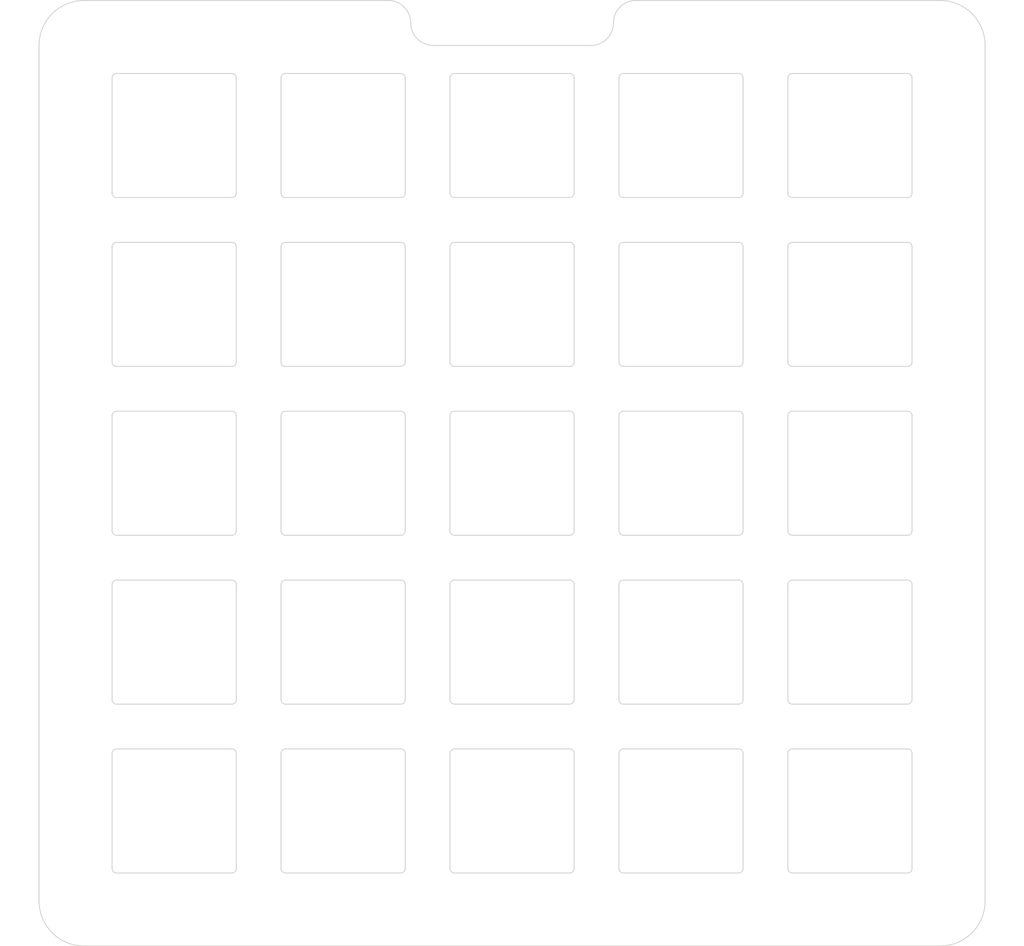
<source format=kicad_pcb>
(kicad_pcb (version 20211014) (generator pcbnew)
  (layers (0 "F.Cu" signal) (31 "B.Cu" signal) (34 "B.Paste" user) (35 "F.Paste" user) (36 "B.SilkS" user "B.Silkscreen") (37 "F.SilkS" user "F.Silkscreen") (38 "B.Mask" user) (39 "F.Mask" user) (44 "Edge.Cuts" user))
  (net 0 "")
  (footprint "MountingHole:MountingHole_3.2mm_M3" (layer "F.Cu") (at 160.505 125.11)
    (fp_text reference "REF**" hide)
    (fp_text value "MountingHole_3.2mm_M3")
    (pad "" np_thru_hole circle (at 0 0) (size 3.2 3.2) (drill 3.2) (layers *.Cu *.Mask))
  )
  (footprint "MountingHole:MountingHole_3.2mm_M3" (layer "F.Cu") (at 63.985 28.59)
    (fp_text reference "REF**" hide)
    (fp_text value "MountingHole_3.2mm_M3")
    (pad "" np_thru_hole circle (at 0 0) (size 3.2 3.2) (drill 3.2) (layers *.Cu *.Mask))
  )
  (footprint "MountingHole:MountingHole_3.2mm_M3" (layer "F.Cu") (at 160.505 28.59)
    (fp_text reference "REF**" hide)
    (fp_text value "MountingHole_3.2mm_M3")
    (pad "" np_thru_hole circle (at 0 0) (size 3.2 3.2) (drill 3.2) (layers *.Cu *.Mask))
  )
  (footprint "MountingHole:MountingHole_3.2mm_M3" (layer "F.Cu") (at 63.985 125.11)
    (fp_text reference "REF**" hide)
    (fp_text value "MountingHole_3.2mm_M3")
    (pad "" np_thru_hole circle (at 0 0) (size 3.2 3.2) (drill 3.2) (layers *.Cu *.Mask))
  )
  (gr_arc (start 137.795 107.95) (mid 138.148553 108.096447) (end 138.295 108.45) (layer "Edge.Cuts") (width 0.1))
  (gr_arc (start 80.645 69.85) (mid 80.998553 69.996447) (end 81.145 70.35) (layer "Edge.Cuts") (width 0.1))
  (gr_line (start 124.795 107.95) (end 137.795 107.95) (layer "Edge.Cuts") (width 0.1))
  (gr_line (start 124.795 69.85) (end 137.795 69.85) (layer "Edge.Cuts") (width 0.1))
  (gr_line (start 105.245 89.4) (end 105.245 102.4) (layer "Edge.Cuts") (width 0.1))
  (gr_line (start 157.345 89.4) (end 157.345 102.4) (layer "Edge.Cuts") (width 0.1))
  (gr_line (start 143.845 64.8) (end 156.845 64.8) (layer "Edge.Cuts") (width 0.1))
  (gr_arc (start 137.795 69.85) (mid 138.148553 69.996447) (end 138.295 70.35) (layer "Edge.Cuts") (width 0.1))
  (gr_arc (start 143.845 121.95) (mid 143.491447 121.803553) (end 143.345 121.45) (layer "Edge.Cuts") (width 0.1))
  (gr_line (start 58.905 125.11) (end 58.905 28.59) (layer "Edge.Cuts") (width 0.1))
  (gr_arc (start 156.845 69.85) (mid 157.198553 69.996447) (end 157.345 70.35) (layer "Edge.Cuts") (width 0.1))
  (gr_arc (start 156.845 107.95) (mid 157.198553 108.096447) (end 157.345 108.45) (layer "Edge.Cuts") (width 0.1))
  (gr_arc (start 86.195 108.45) (mid 86.341447 108.096447) (end 86.695 107.95) (layer "Edge.Cuts") (width 0.1))
  (gr_arc (start 123.675 26.05) (mid 124.418949 24.253949) (end 126.215 23.51) (layer "Edge.Cuts") (width 0.1))
  (gr_arc (start 80.645 107.95) (mid 80.998553 108.096447) (end 81.145 108.45) (layer "Edge.Cuts") (width 0.1))
  (gr_arc (start 86.195 70.35) (mid 86.341447 69.996447) (end 86.695 69.85) (layer "Edge.Cuts") (width 0.1))
  (gr_line (start 143.345 32.25) (end 143.345 45.25) (layer "Edge.Cuts") (width 0.1))
  (gr_arc (start 124.795 83.85) (mid 124.441447 83.703553) (end 124.295 83.35) (layer "Edge.Cuts") (width 0.1))
  (gr_arc (start 119.245 83.35) (mid 119.098553 83.703553) (end 118.745 83.85) (layer "Edge.Cuts") (width 0.1))
  (gr_line (start 86.695 88.9) (end 99.695 88.9) (layer "Edge.Cuts") (width 0.1))
  (gr_line (start 86.195 32.25) (end 86.195 45.25) (layer "Edge.Cuts") (width 0.1))
  (gr_line (start 143.345 89.4) (end 143.345 102.4) (layer "Edge.Cuts") (width 0.1))
  (gr_arc (start 105.245 70.35) (mid 105.391447 69.996447) (end 105.745 69.85) (layer "Edge.Cuts") (width 0.1))
  (gr_arc (start 99.695 69.85) (mid 100.048553 69.996447) (end 100.195 70.35) (layer "Edge.Cuts") (width 0.1))
  (gr_arc (start 157.345 102.4) (mid 157.198553 102.753553) (end 156.845 102.9) (layer "Edge.Cuts") (width 0.1))
  (gr_arc (start 100.195 83.35) (mid 100.048553 83.703553) (end 99.695 83.85) (layer "Edge.Cuts") (width 0.1))
  (gr_arc (start 67.645 83.85) (mid 67.291447 83.703553) (end 67.145 83.35) (layer "Edge.Cuts") (width 0.1))
  (gr_arc (start 67.645 64.8) (mid 67.291447 64.653553) (end 67.145 64.3) (layer "Edge.Cuts") (width 0.1))
  (gr_arc (start 124.295 32.25) (mid 124.441447 31.896447) (end 124.795 31.75) (layer "Edge.Cuts") (width 0.1))
  (gr_arc (start 100.195 45.25) (mid 100.048553 45.603553) (end 99.695 45.75) (layer "Edge.Cuts") (width 0.1))
  (gr_arc (start 138.295 83.35) (mid 138.148553 83.703553) (end 137.795 83.85) (layer "Edge.Cuts") (width 0.1))
  (gr_arc (start 67.145 32.25) (mid 67.291447 31.896447) (end 67.645 31.75) (layer "Edge.Cuts") (width 0.1))
  (gr_line (start 119.245 89.4) (end 119.245 102.4) (layer "Edge.Cuts") (width 0.1))
  (gr_arc (start 143.845 102.9) (mid 143.491447 102.753553) (end 143.345 102.4) (layer "Edge.Cuts") (width 0.1))
  (gr_line (start 105.245 51.3) (end 105.245 64.3) (layer "Edge.Cuts") (width 0.1))
  (gr_line (start 143.345 51.3) (end 143.345 64.3) (layer "Edge.Cuts") (width 0.1))
  (gr_line (start 63.985 130.19) (end 160.505 130.19) (layer "Edge.Cuts") (width 0.1))
  (gr_line (start 124.295 89.4) (end 124.295 102.4) (layer "Edge.Cuts") (width 0.1))
  (gr_line (start 138.295 70.35) (end 138.295 83.35) (layer "Edge.Cuts") (width 0.1))
  (gr_line (start 119.245 32.25) (end 119.245 45.25) (layer "Edge.Cuts") (width 0.1))
  (gr_line (start 138.295 108.45) (end 138.295 121.45) (layer "Edge.Cuts") (width 0.1))
  (gr_line (start 105.745 83.85) (end 118.745 83.85) (layer "Edge.Cuts") (width 0.1))
  (gr_line (start 100.195 32.25) (end 100.195 45.25) (layer "Edge.Cuts") (width 0.1))
  (gr_line (start 143.845 31.75) (end 156.845 31.75) (layer "Edge.Cuts") (width 0.1))
  (gr_line (start 67.645 88.9) (end 80.645 88.9) (layer "Edge.Cuts") (width 0.1))
  (gr_arc (start 99.695 107.95) (mid 100.048553 108.096447) (end 100.195 108.45) (layer "Edge.Cuts") (width 0.1))
  (gr_line (start 143.845 83.85) (end 156.845 83.85) (layer "Edge.Cuts") (width 0.1))
  (gr_line (start 119.245 70.35) (end 119.245 83.35) (layer "Edge.Cuts") (width 0.1))
  (gr_line (start 67.145 108.45) (end 67.145 121.45) (layer "Edge.Cuts") (width 0.1))
  (gr_line (start 86.695 64.8) (end 99.695 64.8) (layer "Edge.Cuts") (width 0.1))
  (gr_line (start 86.195 70.35) (end 86.195 83.35) (layer "Edge.Cuts") (width 0.1))
  (gr_line (start 105.745 107.95) (end 118.745 107.95) (layer "Edge.Cuts") (width 0.1))
  (gr_arc (start 156.845 31.75) (mid 157.198553 31.896447) (end 157.345 32.25) (layer "Edge.Cuts") (width 0.1))
  (gr_arc (start 81.145 45.25) (mid 80.998553 45.603553) (end 80.645 45.75) (layer "Edge.Cuts") (width 0.1))
  (gr_arc (start 143.345 70.35) (mid 143.491447 69.996447) (end 143.845 69.85) (layer "Edge.Cuts") (width 0.1))
  (gr_arc (start 124.795 45.75) (mid 124.441447 45.603553) (end 124.295 45.25) (layer "Edge.Cuts") (width 0.1))
  (gr_line (start 86.695 31.75) (end 99.695 31.75) (layer "Edge.Cuts") (width 0.1))
  (gr_arc (start 86.695 121.95) (mid 86.341447 121.803553) (end 86.195 121.45) (layer "Edge.Cuts") (width 0.1))
  (gr_arc (start 105.745 83.85) (mid 105.391447 83.703553) (end 105.245 83.35) (layer "Edge.Cuts") (width 0.1))
  (gr_arc (start 118.745 69.85) (mid 119.098553 69.996447) (end 119.245 70.35) (layer "Edge.Cuts") (width 0.1))
  (gr_arc (start 105.745 45.75) (mid 105.391447 45.603553) (end 105.245 45.25) (layer "Edge.Cuts") (width 0.1))
  (gr_arc (start 67.145 70.35) (mid 67.291447 69.996447) (end 67.645 69.85) (layer "Edge.Cuts") (width 0.1))
  (gr_line (start 67.645 31.75) (end 80.645 31.75) (layer "Edge.Cuts") (width 0.1))
  (gr_arc (start 160.505 23.51) (mid 164.097102 24.997898) (end 165.585 28.59) (layer "Edge.Cuts") (width 0.1))
  (gr_arc (start 67.145 89.4) (mid 67.291447 89.046447) (end 67.645 88.9) (layer "Edge.Cuts") (width 0.1))
  (gr_line (start 124.795 50.8) (end 137.795 50.8) (layer "Edge.Cuts") (width 0.1))
  (gr_line (start 126.215 23.51) (end 160.505 23.51) (layer "Edge.Cuts") (width 0.1))
  (gr_line (start 67.145 51.3) (end 67.145 64.3) (layer "Edge.Cuts") (width 0.1))
  (gr_arc (start 105.245 89.4) (mid 105.391447 89.046447) (end 105.745 88.9) (layer "Edge.Cuts") (width 0.1))
  (gr_line (start 124.795 88.9) (end 137.795 88.9) (layer "Edge.Cuts") (width 0.1))
  (gr_arc (start 119.245 64.3) (mid 119.098553 64.653553) (end 118.745 64.8) (layer "Edge.Cuts") (width 0.1))
  (gr_arc (start 81.145 64.3) (mid 80.998553 64.653553) (end 80.645 64.8) (layer "Edge.Cuts") (width 0.1))
  (gr_line (start 124.295 51.3) (end 124.295 64.3) (layer "Edge.Cuts") (width 0.1))
  (gr_arc (start 118.745 107.95) (mid 119.098553 108.096447) (end 119.245 108.45) (layer "Edge.Cuts") (width 0.1))
  (gr_line (start 67.145 70.35) (end 67.145 83.35) (layer "Edge.Cuts") (width 0.1))
  (gr_line (start 124.795 83.85) (end 137.795 83.85) (layer "Edge.Cuts") (width 0.1))
  (gr_arc (start 98.275 23.51) (mid 100.071051 24.253949) (end 100.815 26.05) (layer "Edge.Cuts") (width 0.1))
  (gr_line (start 67.645 107.95) (end 80.645 107.95) (layer "Edge.Cuts") (width 0.1))
  (gr_arc (start 67.145 51.3) (mid 67.291447 50.946447) (end 67.645 50.8) (layer "Edge.Cuts") (width 0.1))
  (gr_line (start 86.695 69.85) (end 99.695 69.85) (layer "Edge.Cuts") (width 0.1))
  (gr_arc (start 67.145 108.45) (mid 67.291447 108.096447) (end 67.645 107.95) (layer "Edge.Cuts") (width 0.1))
  (gr_arc (start 81.145 83.35) (mid 80.998553 83.703553) (end 80.645 83.85) (layer "Edge.Cuts") (width 0.1))
  (gr_arc (start 157.345 64.3) (mid 157.198553 64.653553) (end 156.845 64.8) (layer "Edge.Cuts") (width 0.1))
  (gr_line (start 143.845 45.75) (end 156.845 45.75) (layer "Edge.Cuts") (width 0.1))
  (gr_arc (start 86.695 83.85) (mid 86.341447 83.703553) (end 86.195 83.35) (layer "Edge.Cuts") (width 0.1))
  (gr_arc (start 118.745 50.8) (mid 119.098553 50.946447) (end 119.245 51.3) (layer "Edge.Cuts") (width 0.1))
  (gr_line (start 121.135 28.59) (end 103.355 28.59) (layer "Edge.Cuts") (width 0.1))
  (gr_line (start 105.745 121.95) (end 118.745 121.95) (layer "Edge.Cuts") (width 0.1))
  (gr_arc (start 67.645 102.9) (mid 67.291447 102.753553) (end 67.145 102.4) (layer "Edge.Cuts") (width 0.1))
  (gr_arc (start 143.845 64.8) (mid 143.491447 64.653553) (end 143.345 64.3) (layer "Edge.Cuts") (width 0.1))
  (gr_line (start 100.195 108.45) (end 100.195 121.45) (layer "Edge.Cuts") (width 0.1))
  (gr_arc (start 137.795 31.75) (mid 138.148553 31.896447) (end 138.295 32.25) (layer "Edge.Cuts") (width 0.1))
  (gr_arc (start 143.845 83.85) (mid 143.491447 83.703553) (end 143.345 83.35) (layer "Edge.Cuts") (width 0.1))
  (gr_arc (start 137.795 50.8) (mid 138.148553 50.946447) (end 138.295 51.3) (layer "Edge.Cuts") (width 0.1))
  (gr_arc (start 124.295 108.45) (mid 124.441447 108.096447) (end 124.795 107.95) (layer "Edge.Cuts") (width 0.1))
  (gr_arc (start 119.245 45.25) (mid 119.098553 45.603553) (end 118.745 45.75) (layer "Edge.Cuts") (width 0.1))
  (gr_arc (start 63.985 130.19) (mid 60.392898 128.702102) (end 58.905 125.11) (layer "Edge.Cuts") (width 0.1))
  (gr_arc (start 100.195 64.3) (mid 100.048553 64.653553) (end 99.695 64.8) (layer "Edge.Cuts") (width 0.1))
  (gr_line (start 105.745 69.85) (end 118.745 69.85) (layer "Edge.Cuts") (width 0.1))
  (gr_line (start 124.795 31.75) (end 137.795 31.75) (layer "Edge.Cuts") (width 0.1))
  (gr_line (start 124.795 45.75) (end 137.795 45.75) (layer "Edge.Cuts") (width 0.1))
  (gr_line (start 67.145 32.25) (end 67.145 45.25) (layer "Edge.Cuts") (width 0.1))
  (gr_arc (start 157.345 83.35) (mid 157.198553 83.703553) (end 156.845 83.85) (layer "Edge.Cuts") (width 0.1))
  (gr_line (start 81.145 70.35) (end 81.145 83.35) (layer "Edge.Cuts") (width 0.1))
  (gr_arc (start 86.695 102.9) (mid 86.341447 102.753553) (end 86.195 102.4) (layer "Edge.Cuts") (width 0.1))
  (gr_arc (start 124.295 51.3) (mid 124.441447 50.946447) (end 124.795 50.8) (layer "Edge.Cuts") (width 0.1))
  (gr_line (start 157.345 108.45) (end 157.345 121.45) (layer "Edge.Cuts") (width 0.1))
  (gr_line (start 143.345 108.45) (end 143.345 121.45) (layer "Edge.Cuts") (width 0.1))
  (gr_arc (start 99.695 88.9) (mid 100.048553 89.046447) (end 100.195 89.4) (layer "Edge.Cuts") (width 0.1))
  (gr_line (start 86.695 45.75) (end 99.695 45.75) (layer "Edge.Cuts") (width 0.1))
  (gr_line (start 157.345 70.35) (end 157.345 83.35) (layer "Edge.Cuts") (width 0.1))
  (gr_line (start 67.645 83.85) (end 80.645 83.85) (layer "Edge.Cuts") (width 0.1))
  (gr_line (start 81.145 51.3) (end 81.145 64.3) (layer "Edge.Cuts") (width 0.1))
  (gr_arc (start 105.245 108.45) (mid 105.391447 108.096447) (end 105.745 107.95) (layer "Edge.Cuts") (width 0.1))
  (gr_arc (start 86.695 45.75) (mid 86.341447 45.603553) (end 86.195 45.25) (layer "Edge.Cuts") (width 0.1))
  (gr_arc (start 80.645 50.8) (mid 80.998553 50.946447) (end 81.145 51.3) (layer "Edge.Cuts") (width 0.1))
  (gr_arc (start 105.245 32.25) (mid 105.391447 31.896447) (end 105.745 31.75) (layer "Edge.Cuts") (width 0.1))
  (gr_arc (start 99.695 31.75) (mid 100.048553 31.896447) (end 100.195 32.25) (layer "Edge.Cuts") (width 0.1))
  (gr_arc (start 143.345 108.45) (mid 143.491447 108.096447) (end 143.845 107.95) (layer "Edge.Cuts") (width 0.1))
  (gr_arc (start 86.695 64.8) (mid 86.341447 64.653553) (end 86.195 64.3) (layer "Edge.Cuts") (width 0.1))
  (gr_arc (start 157.345 121.45) (mid 157.198553 121.803553) (end 156.845 121.95) (layer "Edge.Cuts") (width 0.1))
  (gr_arc (start 100.195 121.45) (mid 100.048553 121.803553) (end 99.695 121.95) (layer "Edge.Cuts") (width 0.1))
  (gr_arc (start 86.195 32.25) (mid 86.341447 31.896447) (end 86.695 31.75) (layer "Edge.Cuts") (width 0.1))
  (gr_line (start 100.195 70.35) (end 100.195 83.35) (layer "Edge.Cuts") (width 0.1))
  (gr_line (start 143.845 88.9) (end 156.845 88.9) (layer "Edge.Cuts") (width 0.1))
  (gr_line (start 81.145 32.25) (end 81.145 45.25) (layer "Edge.Cuts") (width 0.1))
  (gr_line (start 119.245 51.3) (end 119.245 64.3) (layer "Edge.Cuts") (width 0.1))
  (gr_arc (start 138.295 45.25) (mid 138.148553 45.603553) (end 137.795 45.75) (layer "Edge.Cuts") (width 0.1))
  (gr_arc (start 143.345 89.4) (mid 143.491447 89.046447) (end 143.845 88.9) (layer "Edge.Cuts") (width 0.1))
  (gr_line (start 67.645 121.95) (end 80.645 121.95) (layer "Edge.Cuts") (width 0.1))
  (gr_line (start 86.695 121.95) (end 99.695 121.95) (layer "Edge.Cuts") (width 0.1))
  (gr_line (start 86.695 50.8) (end 99.695 50.8) (layer "Edge.Cuts") (width 0.1))
  (gr_line (start 105.745 102.9) (end 118.745 102.9) (layer "Edge.Cuts") (width 0.1))
  (gr_arc (start 58.905 28.59) (mid 60.392898 24.997898) (end 63.985 23.51) (layer "Edge.Cuts") (width 0.1))
  (gr_arc (start 138.295 102.4) (mid 138.148553 102.753553) (end 137.795 102.9) (layer "Edge.Cuts") (width 0.1))
  (gr_arc (start 124.795 64.8) (mid 124.441447 64.653553) (end 124.295 64.3) (layer "Edge.Cuts") (width 0.1))
  (gr_line (start 119.245 108.45) (end 119.245 121.45) (layer "Edge.Cuts") (width 0.1))
  (gr_line (start 67.645 50.8) (end 80.645 50.8) (layer "Edge.Cuts") (width 0.1))
  (gr_arc (start 124.795 121.95) (mid 124.441447 121.803553) (end 124.295 121.45) (layer "Edge.Cuts") (width 0.1))
  (gr_line (start 124.795 64.8) (end 137.795 64.8) (layer "Edge.Cuts") (width 0.1))
  (gr_arc (start 119.245 102.4) (mid 119.098553 102.753553) (end 118.745 102.9) (layer "Edge.Cuts") (width 0.1))
  (gr_line (start 138.295 32.25) (end 138.295 45.25) (layer "Edge.Cuts") (width 0.1))
  (gr_line (start 86.195 108.45) (end 86.195 121.45) (layer "Edge.Cuts") (width 0.1))
  (gr_line (start 100.195 51.3) (end 100.195 64.3) (layer "Edge.Cuts") (width 0.1))
  (gr_line (start 98.275 23.51) (end 63.985 23.51) (layer "Edge.Cuts") (width 0.1))
  (gr_arc (start 105.745 64.8) (mid 105.391447 64.653553) (end 105.245 64.3) (layer "Edge.Cuts") (width 0.1))
  (gr_line (start 124.795 121.95) (end 137.795 121.95) (layer "Edge.Cuts") (width 0.1))
  (gr_arc (start 100.195 102.4) (mid 100.048553 102.753553) (end 99.695 102.9) (layer "Edge.Cuts") (width 0.1))
  (gr_arc (start 137.795 88.9) (mid 138.148553 89.046447) (end 138.295 89.4) (layer "Edge.Cuts") (width 0.1))
  (gr_arc (start 67.645 121.95) (mid 67.291447 121.803553) (end 67.145 121.45) (layer "Edge.Cuts") (width 0.1))
  (gr_arc (start 80.645 31.75) (mid 80.998553 31.896447) (end 81.145 32.25) (layer "Edge.Cuts") (width 0.1))
  (gr_arc (start 124.795 102.9) (mid 124.441447 102.753553) (end 124.295 102.4) (layer "Edge.Cuts") (width 0.1))
  (gr_arc (start 118.745 88.9) (mid 119.098553 89.046447) (end 119.245 89.4) (layer "Edge.Cuts") (width 0.1))
  (gr_arc (start 123.675 26.05) (mid 122.931051 27.846051) (end 121.135 28.59) (layer "Edge.Cuts") (width 0.1))
  (gr_arc (start 156.845 88.9) (mid 157.198553 89.046447) (end 157.345 89.4) (layer "Edge.Cuts") (width 0.1))
  (gr_line (start 67.645 102.9) (end 80.645 102.9) (layer "Edge.Cuts") (width 0.1))
  (gr_arc (start 80.645 88.9) (mid 80.998553 89.046447) (end 81.145 89.4) (layer "Edge.Cuts") (width 0.1))
  (gr_line (start 105.245 108.45) (end 105.245 121.45) (layer "Edge.Cuts") (width 0.1))
  (gr_line (start 105.745 50.8) (end 118.745 50.8) (layer "Edge.Cuts") (width 0.1))
  (gr_line (start 124.295 108.45) (end 124.295 121.45) (layer "Edge.Cuts") (width 0.1))
  (gr_arc (start 156.845 50.8) (mid 157.198553 50.946447) (end 157.345 51.3) (layer "Edge.Cuts") (width 0.1))
  (gr_arc (start 119.245 121.45) (mid 119.098553 121.803553) (end 118.745 121.95) (layer "Edge.Cuts") (width 0.1))
  (gr_arc (start 138.295 121.45) (mid 138.148553 121.803553) (end 137.795 121.95) (layer "Edge.Cuts") (width 0.1))
  (gr_arc (start 86.195 89.4) (mid 86.341447 89.046447) (end 86.695 88.9) (layer "Edge.Cuts") (width 0.1))
  (gr_line (start 67.645 45.75) (end 80.645 45.75) (layer "Edge.Cuts") (width 0.1))
  (gr_line (start 86.695 102.9) (end 99.695 102.9) (layer "Edge.Cuts") (width 0.1))
  (gr_line (start 81.145 108.45) (end 81.145 121.45) (layer "Edge.Cuts") (width 0.1))
  (gr_arc (start 143.345 51.3) (mid 143.491447 50.946447) (end 143.845 50.8) (layer "Edge.Cuts") (width 0.1))
  (gr_line (start 124.295 70.35) (end 124.295 83.35) (layer "Edge.Cuts") (width 0.1))
  (gr_line (start 86.695 107.95) (end 99.695 107.95) (layer "Edge.Cuts") (width 0.1))
  (gr_line (start 105.745 45.75) (end 118.745 45.75) (layer "Edge.Cuts") (width 0.1))
  (gr_line (start 157.345 51.3) (end 157.345 64.3) (layer "Edge.Cuts") (width 0.1))
  (gr_line (start 67.645 64.8) (end 80.645 64.8) (layer "Edge.Cuts") (width 0.1))
  (gr_arc (start 143.345 32.25) (mid 143.491447 31.896447) (end 143.845 31.75) (layer "Edge.Cuts") (width 0.1))
  (gr_arc (start 105.745 121.95) (mid 105.391447 121.803553) (end 105.245 121.45) (layer "Edge.Cuts") (width 0.1))
  (gr_line (start 86.195 89.4) (end 86.195 102.4) (layer "Edge.Cuts") (width 0.1))
  (gr_line (start 138.295 89.4) (end 138.295 102.4) (layer "Edge.Cuts") (width 0.1))
  (gr_line (start 67.145 89.4) (end 67.145 102.4) (layer "Edge.Cuts") (width 0.1))
  (gr_line (start 143.345 70.35) (end 143.345 83.35) (layer "Edge.Cuts") (width 0.1))
  (gr_line (start 138.295 51.3) (end 138.295 64.3) (layer "Edge.Cuts") (width 0.1))
  (gr_line (start 105.745 64.8) (end 118.745 64.8) (layer "Edge.Cuts") (width 0.1))
  (gr_line (start 81.145 89.4) (end 81.145 102.4) (layer "Edge.Cuts") (width 0.1))
  (gr_line (start 124.795 102.9) (end 137.795 102.9) (layer "Edge.Cuts") (width 0.1))
  (gr_line (start 143.845 121.95) (end 156.845 121.95) (layer "Edge.Cuts") (width 0.1))
  (gr_arc (start 81.145 102.4) (mid 80.998553 102.753553) (end 80.645 102.9) (layer "Edge.Cuts") (width 0.1))
  (gr_arc (start 86.195 51.3) (mid 86.341447 50.946447) (end 86.695 50.8) (layer "Edge.Cuts") (width 0.1))
  (gr_arc (start 118.745 31.75) (mid 119.098553 31.896447) (end 119.245 32.25) (layer "Edge.Cuts") (width 0.1))
  (gr_line (start 105.745 88.9) (end 118.745 88.9) (layer "Edge.Cuts") (width 0.1))
  (gr_arc (start 105.745 102.9) (mid 105.391447 102.753553) (end 105.245 102.4) (layer "Edge.Cuts") (width 0.1))
  (gr_line (start 86.695 83.85) (end 99.695 83.85) (layer "Edge.Cuts") (width 0.1))
  (gr_arc (start 67.645 45.75) (mid 67.291447 45.603553) (end 67.145 45.25) (layer "Edge.Cuts") (width 0.1))
  (gr_line (start 105.745 31.75) (end 118.745 31.75) (layer "Edge.Cuts") (width 0.1))
  (gr_arc (start 124.295 89.4) (mid 124.441447 89.046447) (end 124.795 88.9) (layer "Edge.Cuts") (width 0.1))
  (gr_line (start 105.245 70.35) (end 105.245 83.35) (layer "Edge.Cuts") (width 0.1))
  (gr_line (start 124.295 32.25) (end 124.295 45.25) (layer "Edge.Cuts") (width 0.1))
  (gr_arc (start 105.245 51.3) (mid 105.391447 50.946447) (end 105.745 50.8) (layer "Edge.Cuts") (width 0.1))
  (gr_line (start 100.195 89.4) (end 100.195 102.4) (layer "Edge.Cuts") (width 0.1))
  (gr_line (start 143.845 69.85) (end 156.845 69.85) (layer "Edge.Cuts") (width 0.1))
  (gr_line (start 157.345 32.25) (end 157.345 45.25) (layer "Edge.Cuts") (width 0.1))
  (gr_line (start 67.645 69.85) (end 80.645 69.85) (layer "Edge.Cuts") (width 0.1))
  (gr_arc (start 157.345 45.25) (mid 157.198553 45.603553) (end 156.845 45.75) (layer "Edge.Cuts") (width 0.1))
  (gr_line (start 165.585 125.11) (end 165.585 28.59) (layer "Edge.Cuts") (width 0.1))
  (gr_line (start 143.845 102.9) (end 156.845 102.9) (layer "Edge.Cuts") (width 0.1))
  (gr_line (start 86.195 51.3) (end 86.195 64.3) (layer "Edge.Cuts") (width 0.1))
  (gr_line (start 143.845 107.95) (end 156.845 107.95) (layer "Edge.Cuts") (width 0.1))
  (gr_line (start 143.845 50.8) (end 156.845 50.8) (layer "Edge.Cuts") (width 0.1))
  (gr_arc (start 99.695 50.8) (mid 100.048553 50.946447) (end 100.195 51.3) (layer "Edge.Cuts") (width 0.1))
  (gr_line (start 105.245 32.25) (end 105.245 45.25) (layer "Edge.Cuts") (width 0.1))
  (gr_arc (start 143.845 45.75) (mid 143.491447 45.603553) (end 143.345 45.25) (layer "Edge.Cuts") (width 0.1))
  (gr_arc (start 81.145 121.45) (mid 80.998553 121.803553) (end 80.645 121.95) (layer "Edge.Cuts") (width 0.1))
  (gr_arc (start 103.355 28.59) (mid 101.558949 27.846051) (end 100.815 26.05) (layer "Edge.Cuts") (width 0.1))
  (gr_arc (start 165.585 125.11) (mid 164.097102 128.702102) (end 160.505 130.19) (layer "Edge.Cuts") (width 0.1))
  (gr_arc (start 138.295 64.3) (mid 138.148553 64.653553) (end 137.795 64.8) (layer "Edge.Cuts") (width 0.1))
  (gr_arc (start 124.295 70.35) (mid 124.441447 69.996447) (end 124.795 69.85) (layer "Edge.Cuts") (width 0.1))
)
</source>
